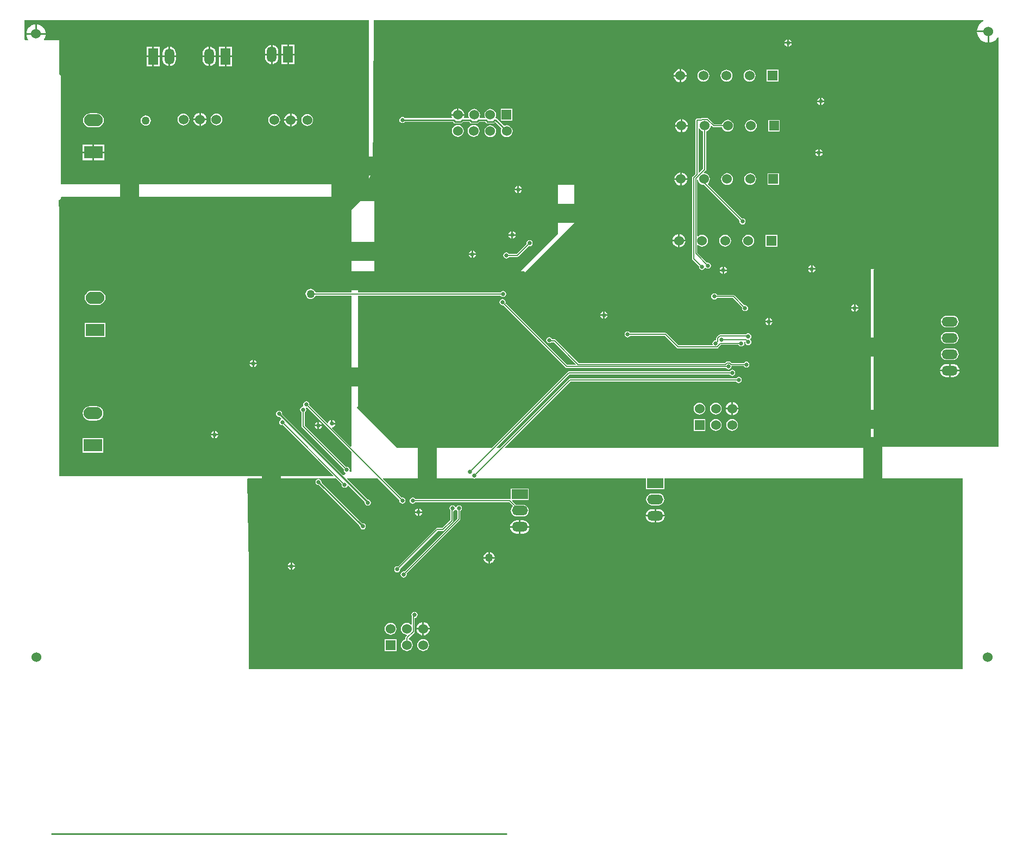
<source format=gbl>
G04 Layer_Physical_Order=2*
G04 Layer_Color=16711680*
%FSLAX25Y25*%
%MOIN*%
G70*
G01*
G75*
%ADD22C,0.11811*%
%ADD23C,0.00984*%
%ADD25C,0.00600*%
%ADD26C,0.06000*%
%ADD27R,0.06000X0.06000*%
%ADD28R,0.09843X0.06000*%
%ADD29O,0.09843X0.06000*%
%ADD30O,0.09843X0.05906*%
%ADD31R,0.11417X0.07480*%
%ADD32O,0.11417X0.07480*%
%ADD33O,0.06000X0.09843*%
%ADD34R,0.06000X0.09843*%
%ADD35C,0.05000*%
%ADD36C,0.02500*%
G36*
X301772Y234331D02*
Y222047D01*
X300883D01*
X300680Y222427D01*
X300668Y222547D01*
X300804Y223228D01*
X300660Y223950D01*
X300251Y224562D01*
X299639Y224971D01*
X298917Y225115D01*
X298426Y225017D01*
X273063Y250380D01*
Y258526D01*
X273479Y258804D01*
X273888Y259416D01*
X274032Y260138D01*
X273888Y260860D01*
X273769Y261038D01*
X273927Y261334D01*
X274048Y261495D01*
X274546Y261557D01*
X301772Y234331D01*
D02*
G37*
G36*
X676772Y101122D02*
X238976D01*
Y164173D01*
X237803Y217753D01*
X238153Y218110D01*
X281424D01*
X281474Y217610D01*
X281246Y217565D01*
X280873Y217491D01*
X280261Y217082D01*
X279852Y216470D01*
X279708Y215748D01*
X279852Y215026D01*
X280261Y214414D01*
X280873Y214005D01*
X281594Y213862D01*
X281854Y213913D01*
X306925Y188842D01*
X306873Y188583D01*
X307017Y187861D01*
X307426Y187249D01*
X308038Y186840D01*
X308760Y186696D01*
X309482Y186840D01*
X310093Y187249D01*
X310502Y187861D01*
X310646Y188583D01*
X310502Y189304D01*
X310093Y189917D01*
X309482Y190325D01*
X308760Y190469D01*
X308500Y190417D01*
X283429Y215488D01*
X283481Y215748D01*
X283337Y216470D01*
X282928Y217082D01*
X282316Y217491D01*
X281943Y217565D01*
X281715Y217610D01*
X281765Y218110D01*
X292403D01*
X295849Y214664D01*
X295752Y214173D01*
X295895Y213451D01*
X296304Y212839D01*
X296916Y212431D01*
X297638Y212287D01*
X298360Y212431D01*
X298972Y212839D01*
X299380Y213451D01*
X299396Y213529D01*
X299874Y213674D01*
X310003Y203545D01*
X309925Y203150D01*
X310068Y202428D01*
X310477Y201816D01*
X311089Y201407D01*
X311811Y201263D01*
X312533Y201407D01*
X313145Y201816D01*
X313554Y202428D01*
X313697Y203150D01*
X313554Y203871D01*
X313145Y204483D01*
X312533Y204892D01*
X311811Y205036D01*
X311687Y205011D01*
X299050Y217648D01*
X299241Y218110D01*
X317992D01*
X331282Y204820D01*
X331185Y204330D01*
X331328Y203608D01*
X331737Y202996D01*
X332349Y202587D01*
X333071Y202443D01*
X333793Y202587D01*
X334405Y202996D01*
X334813Y203608D01*
X334957Y204330D01*
X334813Y205051D01*
X334405Y205663D01*
X333793Y206072D01*
X333071Y206216D01*
X332580Y206118D01*
X321050Y217648D01*
X321241Y218110D01*
X376191D01*
X376443Y217942D01*
X377165Y217798D01*
X377886Y217942D01*
X378138Y218110D01*
X482668D01*
Y211518D01*
X493710D01*
Y218110D01*
X676772D01*
Y101122D01*
D02*
G37*
G36*
X689568Y498378D02*
X688665Y497895D01*
X687613Y497032D01*
X686750Y495981D01*
X686109Y494781D01*
X685714Y493480D01*
X685630Y492626D01*
X692520D01*
Y492126D01*
X693020D01*
Y485236D01*
X693873Y485320D01*
X695175Y485715D01*
X696375Y486356D01*
X697426Y487219D01*
X698289Y488271D01*
X698393Y488466D01*
X698878Y488344D01*
Y346457D01*
Y237402D01*
X622047D01*
Y346063D01*
X622441Y346457D01*
X620472D01*
Y237106D01*
X620079Y236713D01*
X396144D01*
X395952Y237175D01*
X436206Y277429D01*
X537758D01*
X538036Y277013D01*
X538648Y276604D01*
X539370Y276460D01*
X540092Y276604D01*
X540704Y277013D01*
X541113Y277625D01*
X541256Y278346D01*
X541113Y279068D01*
X540704Y279680D01*
X540092Y280089D01*
X539370Y280233D01*
X538648Y280089D01*
X538036Y279680D01*
X537758Y279264D01*
X435826D01*
X435475Y279194D01*
X435178Y278995D01*
X392895Y236713D01*
X391026D01*
X390834Y237175D01*
X435420Y281760D01*
X533821D01*
X534099Y281343D01*
X534711Y280935D01*
X535433Y280791D01*
X536155Y280935D01*
X536767Y281343D01*
X537176Y281955D01*
X537319Y282677D01*
X537176Y283399D01*
X536767Y284011D01*
X536155Y284420D01*
X535433Y284563D01*
X534711Y284420D01*
X534099Y284011D01*
X533821Y283595D01*
X435039D01*
X434688Y283525D01*
X434390Y283326D01*
X387777Y236713D01*
X329429D01*
Y237106D01*
X305118Y261417D01*
X305906Y262205D01*
Y330185D01*
X393269D01*
X393547Y329768D01*
X394159Y329359D01*
X394881Y329216D01*
X395603Y329359D01*
X396215Y329768D01*
X396624Y330380D01*
X396767Y331102D01*
X396624Y331823D01*
X396215Y332435D01*
X395603Y332844D01*
X394881Y332988D01*
X394159Y332844D01*
X393547Y332435D01*
X393270Y332020D01*
X305906D01*
Y344882D01*
X315748D01*
Y398031D01*
X314961Y398819D01*
X315350Y498878D01*
X689443D01*
X689568Y498378D01*
D02*
G37*
G36*
X312598Y398425D02*
X123563D01*
Y464567D01*
X123563Y464567D01*
X123477Y464996D01*
X123234Y465360D01*
X123234Y465360D01*
X122441Y466153D01*
Y486614D01*
X113281D01*
X113068Y487066D01*
X113215Y487246D01*
X113765Y488274D01*
X114103Y489390D01*
X114168Y490051D01*
X102367D01*
X102432Y489390D01*
X102771Y488274D01*
X103321Y487246D01*
X103468Y487066D01*
X103254Y486614D01*
X101980D01*
X101122Y487472D01*
Y498878D01*
X312598D01*
Y398425D01*
D02*
G37*
G36*
X301772Y390158D02*
Y332020D01*
X279747D01*
X279480Y332666D01*
X278983Y333313D01*
X278335Y333810D01*
X277581Y334123D01*
X276772Y334229D01*
X275962Y334123D01*
X275208Y333810D01*
X274561Y333313D01*
X274064Y332666D01*
X273751Y331912D01*
X273645Y331102D01*
X273751Y330293D01*
X274064Y329539D01*
X274561Y328891D01*
X275208Y328395D01*
X275962Y328082D01*
X276772Y327976D01*
X277581Y328082D01*
X278335Y328395D01*
X278983Y328891D01*
X279480Y329539D01*
X279747Y330185D01*
X301772D01*
Y237580D01*
X301310Y237388D01*
X289900Y248798D01*
X290065Y249341D01*
X290642Y249455D01*
X291386Y249953D01*
X291883Y250697D01*
X291958Y251075D01*
X289764D01*
Y251575D01*
X289264D01*
Y253769D01*
X288886Y253694D01*
X288142Y253197D01*
X287644Y252453D01*
X287530Y251876D01*
X286987Y251711D01*
X275804Y262894D01*
X275901Y263385D01*
X275758Y264107D01*
X275349Y264719D01*
X274737Y265128D01*
X274015Y265271D01*
X273293Y265128D01*
X272681Y264719D01*
X272272Y264107D01*
X272129Y263385D01*
X272272Y262664D01*
X272392Y262485D01*
X272234Y262189D01*
X272104Y262016D01*
X271424Y261880D01*
X270812Y261472D01*
X270403Y260860D01*
X270259Y260138D01*
X270403Y259416D01*
X270812Y258804D01*
X271228Y258526D01*
Y250000D01*
X271298Y249649D01*
X271497Y249351D01*
X297129Y223719D01*
X297031Y223228D01*
X297175Y222506D01*
X297584Y221895D01*
X297959Y221644D01*
X298078Y221038D01*
X297159Y220048D01*
X296659Y220039D01*
X259243Y257455D01*
X259268Y257579D01*
X259124Y258301D01*
X258716Y258912D01*
X258104Y259321D01*
X257382Y259465D01*
X256660Y259321D01*
X256048Y258912D01*
X255639Y258301D01*
X255496Y257579D01*
X255639Y256857D01*
X256048Y256245D01*
X256660Y255836D01*
X257382Y255693D01*
X257777Y255771D01*
X258851Y254697D01*
X258706Y254219D01*
X258629Y254203D01*
X258017Y253794D01*
X257608Y253183D01*
X257464Y252461D01*
X257608Y251739D01*
X258017Y251127D01*
X258629Y250718D01*
X259350Y250574D01*
X259841Y250672D01*
X290760Y219753D01*
X290569Y219291D01*
X122638D01*
Y380709D01*
X122318Y388696D01*
X122476Y388728D01*
X122840Y388971D01*
X123234Y389364D01*
X123234Y389364D01*
X123477Y389728D01*
X123563Y390158D01*
X123855Y390551D01*
X301378D01*
X301772Y390158D01*
D02*
G37*
%LPC*%
G36*
X283691Y249894D02*
X281996D01*
Y248199D01*
X282374Y248274D01*
X283118Y248772D01*
X283615Y249516D01*
X283691Y249894D01*
D02*
G37*
G36*
X280996Y252588D02*
X280618Y252513D01*
X279874Y252016D01*
X279377Y251272D01*
X279301Y250894D01*
X280996D01*
Y252588D01*
D02*
G37*
G36*
X281996D02*
Y250894D01*
X283691D01*
X283615Y251272D01*
X283118Y252016D01*
X282374Y252513D01*
X281996Y252588D01*
D02*
G37*
G36*
X280996Y249894D02*
X279301D01*
X279377Y249516D01*
X279874Y248772D01*
X280618Y248274D01*
X280996Y248199D01*
Y249894D01*
D02*
G37*
G36*
X386720Y172756D02*
Y169791D01*
X389685D01*
X389630Y170205D01*
X389278Y171056D01*
X388717Y171788D01*
X387986Y172349D01*
X387134Y172701D01*
X386720Y172756D01*
D02*
G37*
G36*
X404618Y187689D02*
X399228D01*
X399300Y187145D01*
X399703Y186172D01*
X400344Y185336D01*
X401180Y184695D01*
X402153Y184292D01*
X403197Y184154D01*
X404618D01*
Y187689D01*
D02*
G37*
G36*
X411008D02*
X405618D01*
Y184154D01*
X407039D01*
X408084Y184292D01*
X409057Y184695D01*
X409892Y185336D01*
X410533Y186172D01*
X410936Y187145D01*
X411008Y187689D01*
D02*
G37*
G36*
X385720Y168791D02*
X382756D01*
X382811Y168378D01*
X383163Y167526D01*
X383724Y166795D01*
X384455Y166234D01*
X385307Y165881D01*
X385720Y165827D01*
Y168791D01*
D02*
G37*
G36*
X389685D02*
X386720D01*
Y165827D01*
X387134Y165881D01*
X387986Y166234D01*
X388717Y166795D01*
X389278Y167526D01*
X389630Y168378D01*
X389685Y168791D01*
D02*
G37*
G36*
X385720Y172756D02*
X385307Y172701D01*
X384455Y172349D01*
X383724Y171788D01*
X383163Y171056D01*
X382811Y170205D01*
X382756Y169791D01*
X385720D01*
Y172756D01*
D02*
G37*
G36*
X494079Y194618D02*
X488689D01*
Y191084D01*
X490110D01*
X491154Y191221D01*
X492128Y191624D01*
X492963Y192265D01*
X493604Y193101D01*
X494007Y194074D01*
X494079Y194618D01*
D02*
G37*
G36*
X342413Y196744D02*
X340719D01*
X340794Y196366D01*
X341291Y195622D01*
X342036Y195125D01*
X342413Y195050D01*
Y196744D01*
D02*
G37*
G36*
X345108D02*
X343413D01*
Y195050D01*
X343791Y195125D01*
X344536Y195622D01*
X345033Y196366D01*
X345108Y196744D01*
D02*
G37*
G36*
X404618Y192224D02*
X403197D01*
X402153Y192086D01*
X401180Y191683D01*
X400344Y191042D01*
X399703Y190206D01*
X399300Y189233D01*
X399228Y188689D01*
X404618D01*
Y192224D01*
D02*
G37*
G36*
X407039D02*
X405618D01*
Y188689D01*
X411008D01*
X410936Y189233D01*
X410533Y190206D01*
X409892Y191042D01*
X409057Y191683D01*
X408084Y192086D01*
X407039Y192224D01*
D02*
G37*
G36*
X487689Y194618D02*
X482299D01*
X482371Y194074D01*
X482774Y193101D01*
X483415Y192265D01*
X484250Y191624D01*
X485223Y191221D01*
X486268Y191084D01*
X487689D01*
Y194618D01*
D02*
G37*
G36*
X349796Y125248D02*
X346327D01*
Y121779D01*
X346871Y121851D01*
X347844Y122254D01*
X348680Y122895D01*
X349321Y123731D01*
X349724Y124704D01*
X349796Y125248D01*
D02*
G37*
G36*
X325827Y129379D02*
X324887Y129255D01*
X324011Y128893D01*
X323259Y128316D01*
X322682Y127564D01*
X322319Y126688D01*
X322196Y125748D01*
X322319Y124808D01*
X322682Y123933D01*
X323259Y123180D01*
X324011Y122603D01*
X324887Y122241D01*
X325827Y122117D01*
X326767Y122241D01*
X327642Y122603D01*
X328394Y123180D01*
X328971Y123933D01*
X329334Y124808D01*
X329458Y125748D01*
X329334Y126688D01*
X328971Y127564D01*
X328394Y128316D01*
X327642Y128893D01*
X326767Y129255D01*
X325827Y129379D01*
D02*
G37*
G36*
X345327Y129717D02*
X344783Y129645D01*
X343810Y129242D01*
X342974Y128601D01*
X342333Y127765D01*
X341930Y126792D01*
X341858Y126248D01*
X345327D01*
Y129717D01*
D02*
G37*
G36*
X345827Y119379D02*
X344887Y119255D01*
X344011Y118893D01*
X343259Y118316D01*
X342682Y117564D01*
X342319Y116688D01*
X342196Y115748D01*
X342319Y114808D01*
X342682Y113933D01*
X343259Y113180D01*
X344011Y112603D01*
X344887Y112241D01*
X345827Y112117D01*
X346767Y112241D01*
X347642Y112603D01*
X348394Y113180D01*
X348971Y113933D01*
X349334Y114808D01*
X349458Y115748D01*
X349334Y116688D01*
X348971Y117564D01*
X348394Y118316D01*
X347642Y118893D01*
X346767Y119255D01*
X345827Y119379D01*
D02*
G37*
G36*
X329427Y119348D02*
X322227D01*
Y112148D01*
X329427D01*
Y119348D01*
D02*
G37*
G36*
X345327Y125248D02*
X341858D01*
X341930Y124704D01*
X342333Y123731D01*
X342974Y122895D01*
X343810Y122254D01*
X344783Y121851D01*
X345327Y121779D01*
Y125248D01*
D02*
G37*
G36*
X267155Y163673D02*
X265461D01*
Y161979D01*
X265839Y162054D01*
X266583Y162551D01*
X267080Y163295D01*
X267155Y163673D01*
D02*
G37*
G36*
X264461Y166368D02*
X264083Y166293D01*
X263338Y165795D01*
X262841Y165051D01*
X262766Y164673D01*
X264461D01*
Y166368D01*
D02*
G37*
G36*
X265461D02*
Y164673D01*
X267155D01*
X267080Y165051D01*
X266583Y165795D01*
X265839Y166293D01*
X265461Y166368D01*
D02*
G37*
G36*
X346327Y129717D02*
Y126248D01*
X349796D01*
X349724Y126792D01*
X349321Y127765D01*
X348680Y128601D01*
X347844Y129242D01*
X346871Y129645D01*
X346327Y129717D01*
D02*
G37*
G36*
X340551Y136138D02*
X339829Y135995D01*
X339217Y135586D01*
X338808Y134974D01*
X338665Y134252D01*
X338808Y133530D01*
X338825Y133506D01*
X338809Y133428D01*
Y128521D01*
X338309Y128381D01*
X337642Y128893D01*
X336767Y129255D01*
X335827Y129379D01*
X334887Y129255D01*
X334011Y128893D01*
X333259Y128316D01*
X332682Y127564D01*
X332319Y126688D01*
X332196Y125748D01*
X332319Y124808D01*
X332682Y123933D01*
X333259Y123180D01*
X334011Y122603D01*
X334887Y122241D01*
X335720Y122131D01*
X335975Y121678D01*
X335178Y120881D01*
X334979Y120584D01*
X334909Y120233D01*
Y119258D01*
X334887Y119255D01*
X334011Y118893D01*
X333259Y118316D01*
X332682Y117564D01*
X332319Y116688D01*
X332196Y115748D01*
X332319Y114808D01*
X332682Y113933D01*
X333259Y113180D01*
X334011Y112603D01*
X334887Y112241D01*
X335827Y112117D01*
X336767Y112241D01*
X337642Y112603D01*
X338394Y113180D01*
X338971Y113933D01*
X339334Y114808D01*
X339458Y115748D01*
X339334Y116688D01*
X338971Y117564D01*
X338394Y118316D01*
X337642Y118893D01*
X336767Y119255D01*
X336744Y119258D01*
Y119852D01*
X340376Y123484D01*
X340575Y123781D01*
X340644Y124133D01*
Y132384D01*
X341273Y132509D01*
X341885Y132918D01*
X342294Y133530D01*
X342437Y134252D01*
X342294Y134974D01*
X341885Y135586D01*
X341273Y135995D01*
X340551Y136138D01*
D02*
G37*
G36*
X264461Y163673D02*
X262766D01*
X262841Y163295D01*
X263338Y162551D01*
X264083Y162054D01*
X264461Y161979D01*
Y163673D01*
D02*
G37*
G36*
X487689Y199153D02*
X486268D01*
X485223Y199015D01*
X484250Y198612D01*
X483415Y197971D01*
X482774Y197135D01*
X482371Y196162D01*
X482299Y195618D01*
X487689D01*
Y199153D01*
D02*
G37*
G36*
X367717Y201493D02*
X366995Y201349D01*
X366383Y200940D01*
X366019Y200395D01*
X365748Y200359D01*
X365477Y200395D01*
X365113Y200940D01*
X364501Y201349D01*
X363779Y201493D01*
X363058Y201349D01*
X362446Y200940D01*
X362037Y200328D01*
X361893Y199606D01*
X362037Y198884D01*
X362446Y198273D01*
X362468Y198258D01*
Y192506D01*
X357494Y187532D01*
X354331D01*
X353980Y187462D01*
X353682Y187263D01*
X330412Y163993D01*
X329921Y164091D01*
X329199Y163947D01*
X328588Y163539D01*
X328179Y162926D01*
X328035Y162205D01*
X328179Y161483D01*
X328588Y160871D01*
X329199Y160462D01*
X329921Y160319D01*
X330643Y160462D01*
X331255Y160871D01*
X331664Y161483D01*
X331807Y162205D01*
X331710Y162696D01*
X354711Y185696D01*
X357874D01*
X358225Y185766D01*
X358523Y185965D01*
X364035Y191477D01*
X364234Y191775D01*
X364303Y192126D01*
Y197824D01*
X364501Y197864D01*
X365113Y198273D01*
X365477Y198818D01*
X365748Y198854D01*
X366019Y198818D01*
X366383Y198273D01*
X366799Y197994D01*
Y193293D01*
X334349Y160844D01*
X333858Y160941D01*
X333136Y160798D01*
X332524Y160389D01*
X332116Y159777D01*
X331972Y159055D01*
X332116Y158333D01*
X332524Y157721D01*
X333136Y157313D01*
X333858Y157169D01*
X334580Y157313D01*
X335192Y157721D01*
X335601Y158333D01*
X335745Y159055D01*
X335647Y159546D01*
X368365Y192264D01*
X368564Y192562D01*
X368634Y192913D01*
Y197994D01*
X369050Y198273D01*
X369459Y198884D01*
X369603Y199606D01*
X369459Y200328D01*
X369050Y200940D01*
X368438Y201349D01*
X367717Y201493D01*
D02*
G37*
G36*
X490110Y208749D02*
X486268D01*
X485328Y208625D01*
X484452Y208263D01*
X483700Y207686D01*
X483123Y206934D01*
X482760Y206058D01*
X482637Y205118D01*
X482760Y204178D01*
X483123Y203303D01*
X483700Y202551D01*
X484452Y201974D01*
X485328Y201611D01*
X486268Y201487D01*
X490110D01*
X491050Y201611D01*
X491926Y201974D01*
X492678Y202551D01*
X493255Y203303D01*
X493618Y204178D01*
X493741Y205118D01*
X493618Y206058D01*
X493255Y206934D01*
X492678Y207686D01*
X491926Y208263D01*
X491050Y208625D01*
X490110Y208749D01*
D02*
G37*
G36*
X410639Y211789D02*
X399597D01*
Y205554D01*
X399097Y205224D01*
X398976Y205248D01*
X340982D01*
X340704Y205664D01*
X340092Y206073D01*
X339370Y206217D01*
X338648Y206073D01*
X338036Y205664D01*
X337627Y205052D01*
X337484Y204331D01*
X337627Y203609D01*
X338036Y202997D01*
X338648Y202588D01*
X339370Y202445D01*
X340092Y202588D01*
X340704Y202997D01*
X340982Y203413D01*
X398596D01*
X400714Y201295D01*
X400681Y200796D01*
X400629Y200757D01*
X400052Y200005D01*
X399690Y199129D01*
X399566Y198189D01*
X399690Y197249D01*
X400052Y196373D01*
X400629Y195621D01*
X401381Y195044D01*
X402257Y194682D01*
X403197Y194558D01*
X407039D01*
X407979Y194682D01*
X408855Y195044D01*
X409607Y195621D01*
X410184Y196373D01*
X410547Y197249D01*
X410670Y198189D01*
X410547Y199129D01*
X410184Y200005D01*
X409607Y200757D01*
X408855Y201334D01*
X407979Y201696D01*
X407039Y201820D01*
X403197D01*
X402833Y201772D01*
X400478Y204127D01*
X400669Y204589D01*
X410639D01*
Y211789D01*
D02*
G37*
G36*
X490110Y199153D02*
X488689D01*
Y195618D01*
X494079D01*
X494007Y196162D01*
X493604Y197135D01*
X492963Y197971D01*
X492128Y198612D01*
X491154Y199015D01*
X490110Y199153D01*
D02*
G37*
G36*
X342413Y199439D02*
X342036Y199364D01*
X341291Y198866D01*
X340794Y198122D01*
X340719Y197744D01*
X342413D01*
Y199439D01*
D02*
G37*
G36*
X343413D02*
Y197744D01*
X345108D01*
X345033Y198122D01*
X344536Y198866D01*
X343791Y199364D01*
X343413Y199439D01*
D02*
G37*
G36*
X670819Y317804D02*
X666976D01*
X666037Y317681D01*
X665161Y317318D01*
X664409Y316741D01*
X663832Y315989D01*
X663469Y315113D01*
X663345Y314173D01*
X663469Y313233D01*
X663832Y312358D01*
X664409Y311606D01*
X665161Y311029D01*
X666037Y310666D01*
X666976Y310542D01*
X670819D01*
X671759Y310666D01*
X672634Y311029D01*
X673386Y311606D01*
X673963Y312358D01*
X674326Y313233D01*
X674450Y314173D01*
X674326Y315113D01*
X673963Y315989D01*
X673386Y316741D01*
X672634Y317318D01*
X671759Y317681D01*
X670819Y317804D01*
D02*
G37*
G36*
X557374Y313673D02*
X555679D01*
X555755Y313295D01*
X556252Y312551D01*
X556996Y312054D01*
X557374Y311979D01*
Y313673D01*
D02*
G37*
G36*
X456193Y317610D02*
X454498D01*
X454573Y317232D01*
X455071Y316488D01*
X455815Y315991D01*
X456193Y315916D01*
Y317610D01*
D02*
G37*
G36*
X458887D02*
X457193D01*
Y315916D01*
X457571Y315991D01*
X458315Y316488D01*
X458812Y317232D01*
X458887Y317610D01*
D02*
G37*
G36*
X558374Y316368D02*
Y314673D01*
X560069D01*
X559994Y315051D01*
X559496Y315795D01*
X558752Y316293D01*
X558374Y316368D01*
D02*
G37*
G36*
X560069Y313673D02*
X558374D01*
Y311979D01*
X558752Y312054D01*
X559496Y312551D01*
X559994Y313295D01*
X560069Y313673D01*
D02*
G37*
G36*
X557374Y316368D02*
X556996Y316293D01*
X556252Y315795D01*
X555755Y315051D01*
X555679Y314673D01*
X557374D01*
Y316368D01*
D02*
G37*
G36*
X670819Y307804D02*
X666976D01*
X666037Y307681D01*
X665161Y307318D01*
X664409Y306741D01*
X663832Y305989D01*
X663469Y305113D01*
X663345Y304173D01*
X663469Y303233D01*
X663832Y302358D01*
X664409Y301606D01*
X665161Y301029D01*
X666037Y300666D01*
X666976Y300542D01*
X670819D01*
X671759Y300666D01*
X672634Y301029D01*
X673386Y301606D01*
X673963Y302358D01*
X674326Y303233D01*
X674450Y304173D01*
X674326Y305113D01*
X673963Y305989D01*
X673386Y306741D01*
X672634Y307318D01*
X671759Y307681D01*
X670819Y307804D01*
D02*
G37*
G36*
X674787Y283673D02*
X669398D01*
Y280186D01*
X670866D01*
X671898Y280322D01*
X672860Y280720D01*
X673685Y281354D01*
X674319Y282180D01*
X674717Y283141D01*
X674787Y283673D01*
D02*
G37*
G36*
X668398Y288160D02*
X666929D01*
X665897Y288024D01*
X664936Y287626D01*
X664110Y286992D01*
X663476Y286167D01*
X663078Y285205D01*
X663008Y284673D01*
X668398D01*
Y288160D01*
D02*
G37*
G36*
X670866D02*
X669398D01*
Y284673D01*
X674787D01*
X674717Y285205D01*
X674319Y286167D01*
X673685Y286992D01*
X672860Y287626D01*
X671898Y288024D01*
X670866Y288160D01*
D02*
G37*
G36*
X534854Y264756D02*
X534310Y264685D01*
X533337Y264281D01*
X532502Y263640D01*
X531860Y262805D01*
X531457Y261832D01*
X531386Y261287D01*
X534854D01*
Y264756D01*
D02*
G37*
G36*
X535854D02*
Y261287D01*
X539323D01*
X539251Y261832D01*
X538848Y262805D01*
X538207Y263640D01*
X537372Y264281D01*
X536399Y264685D01*
X535854Y264756D01*
D02*
G37*
G36*
X668398Y283673D02*
X663008D01*
X663078Y283141D01*
X663476Y282180D01*
X664110Y281354D01*
X664936Y280720D01*
X665897Y280322D01*
X666929Y280186D01*
X668398D01*
Y283673D01*
D02*
G37*
G36*
X394488Y327870D02*
X393766Y327727D01*
X393154Y327318D01*
X392745Y326706D01*
X392602Y325984D01*
X392745Y325262D01*
X393154Y324651D01*
X393766Y324242D01*
X394488Y324098D01*
X394979Y324196D01*
X433209Y285965D01*
X433507Y285766D01*
X433858Y285697D01*
X531459D01*
X531737Y285280D01*
X532349Y284872D01*
X533071Y284728D01*
X533793Y284872D01*
X534405Y285280D01*
X534813Y285892D01*
X534915Y286404D01*
X534957Y286614D01*
X535415Y286878D01*
X542483D01*
X542761Y286461D01*
X543373Y286053D01*
X544095Y285909D01*
X544816Y286053D01*
X545428Y286461D01*
X545837Y287073D01*
X545981Y287795D01*
X545837Y288517D01*
X545428Y289129D01*
X544816Y289538D01*
X544095Y289682D01*
X543373Y289538D01*
X542761Y289129D01*
X542483Y288713D01*
X535310D01*
X534610Y289413D01*
X534313Y289612D01*
X533961Y289682D01*
X532180D01*
X531829Y289612D01*
X531531Y289413D01*
X530850Y288732D01*
X441306D01*
X427027Y303011D01*
X426729Y303210D01*
X426378Y303280D01*
X425010D01*
X424971Y303478D01*
X424562Y304090D01*
X423950Y304499D01*
X423228Y304642D01*
X422507Y304499D01*
X421895Y304090D01*
X421486Y303478D01*
X421342Y302756D01*
X421486Y302034D01*
X421895Y301422D01*
X422507Y301013D01*
X423228Y300870D01*
X423950Y301013D01*
X424562Y301422D01*
X424577Y301445D01*
X425998D01*
X439449Y287994D01*
X439257Y287532D01*
X434238D01*
X396277Y325493D01*
X396374Y325984D01*
X396231Y326706D01*
X395822Y327318D01*
X395210Y327727D01*
X394488Y327870D01*
D02*
G37*
G36*
X670819Y297804D02*
X666976D01*
X666037Y297681D01*
X665161Y297318D01*
X664409Y296741D01*
X663832Y295989D01*
X663469Y295113D01*
X663345Y294173D01*
X663469Y293233D01*
X663832Y292358D01*
X664409Y291606D01*
X665161Y291029D01*
X666037Y290666D01*
X666976Y290542D01*
X670819D01*
X671759Y290666D01*
X672634Y291029D01*
X673386Y291606D01*
X673963Y292358D01*
X674326Y293233D01*
X674450Y294173D01*
X674326Y295113D01*
X673963Y295989D01*
X673386Y296741D01*
X672634Y297318D01*
X671759Y297681D01*
X670819Y297804D01*
D02*
G37*
G36*
X471260Y308185D02*
X470538Y308042D01*
X469926Y307633D01*
X469517Y307021D01*
X469374Y306299D01*
X469517Y305577D01*
X469926Y304965D01*
X470538Y304557D01*
X471260Y304413D01*
X471982Y304557D01*
X472594Y304965D01*
X472872Y305382D01*
X494108D01*
X501502Y297988D01*
X501799Y297789D01*
X502151Y297719D01*
X526086D01*
X526438Y297789D01*
X526735Y297988D01*
X528617Y299870D01*
X539333D01*
X539611Y299454D01*
X540223Y299045D01*
X540945Y298901D01*
X541667Y299045D01*
X542279Y299454D01*
X542688Y300066D01*
X542831Y300787D01*
X542701Y301443D01*
X542731Y301577D01*
X542982Y301969D01*
X543004Y301971D01*
X543389Y301575D01*
X543533Y300853D01*
X543942Y300241D01*
X544554Y299832D01*
X545276Y299689D01*
X545997Y299832D01*
X546609Y300241D01*
X547018Y300853D01*
X547162Y301575D01*
X547018Y302297D01*
X546609Y302909D01*
X546404Y303046D01*
Y303647D01*
X546609Y303784D01*
X547018Y304396D01*
X547162Y305118D01*
X547018Y305840D01*
X546609Y306452D01*
X545997Y306861D01*
X545276Y307004D01*
X544554Y306861D01*
X543942Y306452D01*
X543785Y306217D01*
X527848D01*
X527497Y306147D01*
X527200Y305948D01*
X525940Y304688D01*
X525741Y304391D01*
X525671Y304040D01*
Y302973D01*
X525285Y302655D01*
X525196Y302673D01*
X524474Y302530D01*
X523862Y302121D01*
X523453Y301509D01*
X523310Y300787D01*
X523453Y300065D01*
X523500Y299995D01*
X523264Y299554D01*
X502531D01*
X495137Y306948D01*
X494839Y307147D01*
X494488Y307217D01*
X472872D01*
X472594Y307633D01*
X471982Y308042D01*
X471260Y308185D01*
D02*
G37*
G36*
X584752Y348651D02*
Y346957D01*
X586447D01*
X586371Y347335D01*
X585874Y348079D01*
X585130Y348576D01*
X584752Y348651D01*
D02*
G37*
G36*
X375484Y355012D02*
X373790D01*
X373865Y354634D01*
X374362Y353890D01*
X375106Y353392D01*
X375484Y353317D01*
Y355012D01*
D02*
G37*
G36*
X378179D02*
X376484D01*
Y353317D01*
X376862Y353392D01*
X377606Y353890D01*
X378104Y354634D01*
X378179Y355012D01*
D02*
G37*
G36*
X529421Y347864D02*
X529043Y347789D01*
X528299Y347291D01*
X527802Y346547D01*
X527727Y346169D01*
X529421D01*
Y347864D01*
D02*
G37*
G36*
X530421D02*
Y346169D01*
X532116D01*
X532041Y346547D01*
X531543Y347291D01*
X530799Y347789D01*
X530421Y347864D01*
D02*
G37*
G36*
X583752Y348651D02*
X583374Y348576D01*
X582630Y348079D01*
X582132Y347335D01*
X582057Y346957D01*
X583752D01*
Y348651D01*
D02*
G37*
G36*
X506725Y363280D02*
X503256D01*
Y359811D01*
X503800Y359882D01*
X504773Y360285D01*
X505609Y360927D01*
X506250Y361762D01*
X506653Y362735D01*
X506725Y363280D01*
D02*
G37*
G36*
X531102Y367411D02*
X530163Y367287D01*
X529287Y366924D01*
X528535Y366347D01*
X527958Y365595D01*
X527595Y364719D01*
X527471Y363779D01*
X527595Y362840D01*
X527958Y361964D01*
X528535Y361212D01*
X529287Y360635D01*
X530163Y360272D01*
X531102Y360149D01*
X532042Y360272D01*
X532918Y360635D01*
X533670Y361212D01*
X534247Y361964D01*
X534610Y362840D01*
X534733Y363779D01*
X534610Y364719D01*
X534247Y365595D01*
X533670Y366347D01*
X532918Y366924D01*
X532042Y367287D01*
X531102Y367411D01*
D02*
G37*
G36*
X545276D02*
X544336Y367287D01*
X543460Y366924D01*
X542708Y366347D01*
X542131Y365595D01*
X541768Y364719D01*
X541644Y363779D01*
X541768Y362840D01*
X542131Y361964D01*
X542708Y361212D01*
X543460Y360635D01*
X544336Y360272D01*
X545276Y360149D01*
X546215Y360272D01*
X547091Y360635D01*
X547843Y361212D01*
X548420Y361964D01*
X548783Y362840D01*
X548907Y363779D01*
X548783Y364719D01*
X548420Y365595D01*
X547843Y366347D01*
X547091Y366924D01*
X546215Y367287D01*
X545276Y367411D01*
D02*
G37*
G36*
X375484Y357706D02*
X375106Y357631D01*
X374362Y357134D01*
X373865Y356390D01*
X373790Y356012D01*
X375484D01*
Y357706D01*
D02*
G37*
G36*
X376484D02*
Y356012D01*
X378179D01*
X378104Y356390D01*
X377606Y357134D01*
X376862Y357631D01*
X376484Y357706D01*
D02*
G37*
G36*
X502256Y363280D02*
X498787D01*
X498859Y362735D01*
X499262Y361762D01*
X499903Y360927D01*
X500739Y360285D01*
X501712Y359882D01*
X502256Y359811D01*
Y363280D01*
D02*
G37*
G36*
X438583Y398031D02*
X428346D01*
Y367717D01*
X405512Y344882D01*
X407874D01*
X408268Y344488D01*
X438583Y374803D01*
Y398031D01*
D02*
G37*
G36*
X612824Y321941D02*
X611130D01*
Y320246D01*
X611508Y320321D01*
X612252Y320819D01*
X612749Y321563D01*
X612824Y321941D01*
D02*
G37*
G36*
X524409Y331414D02*
X523688Y331270D01*
X523076Y330861D01*
X522667Y330249D01*
X522523Y329528D01*
X522667Y328806D01*
X523076Y328194D01*
X523688Y327785D01*
X524409Y327641D01*
X525131Y327785D01*
X525743Y328194D01*
X526021Y328610D01*
X535840D01*
X541518Y322932D01*
X541421Y322441D01*
X541564Y321719D01*
X541973Y321107D01*
X542585Y320698D01*
X543307Y320555D01*
X544029Y320698D01*
X544641Y321107D01*
X545050Y321719D01*
X545193Y322441D01*
X545050Y323163D01*
X544641Y323775D01*
X544029Y324184D01*
X543307Y324327D01*
X542816Y324230D01*
X536869Y330176D01*
X536572Y330375D01*
X536221Y330445D01*
X526021D01*
X525743Y330861D01*
X525131Y331270D01*
X524409Y331414D01*
D02*
G37*
G36*
X610130Y324636D02*
X609752Y324560D01*
X609008Y324063D01*
X608510Y323319D01*
X608435Y322941D01*
X610130D01*
Y324636D01*
D02*
G37*
G36*
X456193Y320305D02*
X455815Y320230D01*
X455071Y319732D01*
X454573Y318988D01*
X454498Y318610D01*
X456193D01*
Y320305D01*
D02*
G37*
G36*
X457193D02*
Y318610D01*
X458887D01*
X458812Y318988D01*
X458315Y319732D01*
X457571Y320230D01*
X457193Y320305D01*
D02*
G37*
G36*
X610130Y321941D02*
X608435D01*
X608510Y321563D01*
X609008Y320819D01*
X609752Y320321D01*
X610130Y320246D01*
Y321941D01*
D02*
G37*
G36*
X532116Y345169D02*
X530421D01*
Y343475D01*
X530799Y343550D01*
X531543Y344047D01*
X532041Y344791D01*
X532116Y345169D01*
D02*
G37*
G36*
X583752Y345957D02*
X582057D01*
X582132Y345579D01*
X582630Y344834D01*
X583374Y344337D01*
X583752Y344262D01*
Y345957D01*
D02*
G37*
G36*
X586447D02*
X584752D01*
Y344262D01*
X585130Y344337D01*
X585874Y344834D01*
X586371Y345579D01*
X586447Y345957D01*
D02*
G37*
G36*
X611130Y324636D02*
Y322941D01*
X612824D01*
X612749Y323319D01*
X612252Y324063D01*
X611508Y324560D01*
X611130Y324636D01*
D02*
G37*
G36*
X529421Y345169D02*
X527727D01*
X527802Y344791D01*
X528299Y344047D01*
X529043Y343550D01*
X529421Y343475D01*
Y345169D01*
D02*
G37*
G36*
X535354Y254418D02*
X534414Y254295D01*
X533539Y253932D01*
X532787Y253355D01*
X532210Y252603D01*
X531847Y251727D01*
X531723Y250787D01*
X531847Y249848D01*
X532210Y248972D01*
X532787Y248220D01*
X533539Y247643D01*
X534414Y247280D01*
X535354Y247156D01*
X536294Y247280D01*
X537170Y247643D01*
X537922Y248220D01*
X538499Y248972D01*
X538862Y249848D01*
X538985Y250787D01*
X538862Y251727D01*
X538499Y252603D01*
X537922Y253355D01*
X537170Y253932D01*
X536294Y254295D01*
X535354Y254418D01*
D02*
G37*
G36*
X518954Y254387D02*
X511754D01*
Y247187D01*
X518954D01*
Y254387D01*
D02*
G37*
G36*
X539323Y260287D02*
X535854D01*
Y256819D01*
X536399Y256890D01*
X537372Y257293D01*
X538207Y257935D01*
X538848Y258770D01*
X539251Y259743D01*
X539323Y260287D01*
D02*
G37*
G36*
X515354Y264419D02*
X514415Y264295D01*
X513539Y263932D01*
X512787Y263355D01*
X512210Y262603D01*
X511847Y261727D01*
X511723Y260787D01*
X511847Y259848D01*
X512210Y258972D01*
X512787Y258220D01*
X513539Y257643D01*
X514415Y257280D01*
X515354Y257156D01*
X516294Y257280D01*
X517170Y257643D01*
X517922Y258220D01*
X518499Y258972D01*
X518862Y259848D01*
X518985Y260787D01*
X518862Y261727D01*
X518499Y262603D01*
X517922Y263355D01*
X517170Y263932D01*
X516294Y264295D01*
X515354Y264419D01*
D02*
G37*
G36*
X525354D02*
X524414Y264295D01*
X523539Y263932D01*
X522787Y263355D01*
X522210Y262603D01*
X521847Y261727D01*
X521723Y260787D01*
X521847Y259848D01*
X522210Y258972D01*
X522787Y258220D01*
X523539Y257643D01*
X524414Y257280D01*
X525354Y257156D01*
X526294Y257280D01*
X527170Y257643D01*
X527922Y258220D01*
X528499Y258972D01*
X528862Y259848D01*
X528985Y260787D01*
X528862Y261727D01*
X528499Y262603D01*
X527922Y263355D01*
X527170Y263932D01*
X526294Y264295D01*
X525354Y264419D01*
D02*
G37*
G36*
X534854Y260287D02*
X531386D01*
X531457Y259743D01*
X531860Y258770D01*
X532502Y257935D01*
X533337Y257293D01*
X534310Y256890D01*
X534854Y256819D01*
Y260287D01*
D02*
G37*
G36*
X525354Y254418D02*
X524414Y254295D01*
X523539Y253932D01*
X522787Y253355D01*
X522210Y252603D01*
X521847Y251727D01*
X521723Y250787D01*
X521847Y249848D01*
X522210Y248972D01*
X522787Y248220D01*
X523539Y247643D01*
X524414Y247280D01*
X525354Y247156D01*
X526294Y247280D01*
X527170Y247643D01*
X527922Y248220D01*
X528499Y248972D01*
X528862Y249848D01*
X528985Y250787D01*
X528862Y251727D01*
X528499Y252603D01*
X527922Y253355D01*
X527170Y253932D01*
X526294Y254295D01*
X525354Y254418D01*
D02*
G37*
G36*
X563836Y468561D02*
X556636D01*
Y461361D01*
X563836D01*
Y468561D01*
D02*
G37*
G36*
X503043Y468929D02*
X502499Y468858D01*
X501526Y468455D01*
X500691Y467813D01*
X500049Y466978D01*
X499646Y466005D01*
X499575Y465461D01*
X503043D01*
Y468929D01*
D02*
G37*
G36*
X504043Y468929D02*
Y465461D01*
X507512D01*
X507440Y466005D01*
X507037Y466978D01*
X506396Y467813D01*
X505561Y468455D01*
X504588Y468858D01*
X504043Y468929D01*
D02*
G37*
G36*
X517717Y468592D02*
X516777Y468468D01*
X515901Y468105D01*
X515149Y467528D01*
X514572Y466776D01*
X514209Y465900D01*
X514085Y464961D01*
X514209Y464021D01*
X514572Y463145D01*
X515149Y462393D01*
X515901Y461816D01*
X516777Y461453D01*
X517717Y461330D01*
X518656Y461453D01*
X519532Y461816D01*
X520284Y462393D01*
X520861Y463145D01*
X521224Y464021D01*
X521348Y464961D01*
X521224Y465900D01*
X520861Y466776D01*
X520284Y467528D01*
X519532Y468105D01*
X518656Y468468D01*
X517717Y468592D01*
D02*
G37*
G36*
X531890D02*
X530950Y468468D01*
X530074Y468105D01*
X529322Y467528D01*
X528745Y466776D01*
X528382Y465900D01*
X528259Y464961D01*
X528382Y464021D01*
X528745Y463145D01*
X529322Y462393D01*
X530074Y461816D01*
X530950Y461453D01*
X531890Y461330D01*
X532830Y461453D01*
X533705Y461816D01*
X534457Y462393D01*
X535034Y463145D01*
X535397Y464021D01*
X535521Y464961D01*
X535397Y465900D01*
X535034Y466776D01*
X534457Y467528D01*
X533705Y468105D01*
X532830Y468468D01*
X531890Y468592D01*
D02*
G37*
G36*
X546063D02*
X545123Y468468D01*
X544247Y468105D01*
X543495Y467528D01*
X542918Y466776D01*
X542556Y465900D01*
X542432Y464961D01*
X542556Y464021D01*
X542918Y463145D01*
X543495Y462393D01*
X544247Y461816D01*
X545123Y461453D01*
X546063Y461330D01*
X547003Y461453D01*
X547879Y461816D01*
X548631Y462393D01*
X549208Y463145D01*
X549570Y464021D01*
X549694Y464961D01*
X549570Y465900D01*
X549208Y466776D01*
X548631Y467528D01*
X547879Y468105D01*
X547003Y468468D01*
X546063Y468592D01*
D02*
G37*
G36*
X503043Y464461D02*
X499575D01*
X499646Y463916D01*
X500049Y462943D01*
X500691Y462108D01*
X501526Y461467D01*
X502499Y461064D01*
X503043Y460992D01*
Y464461D01*
D02*
G37*
G36*
X387008Y444576D02*
X386068Y444452D01*
X385192Y444090D01*
X384440Y443512D01*
X383863Y442760D01*
X383501Y441885D01*
X383377Y440945D01*
X383501Y440005D01*
X383748Y439409D01*
X383431Y438909D01*
X380685D01*
X380368Y439409D01*
X380615Y440005D01*
X380739Y440945D01*
X380615Y441885D01*
X380253Y442760D01*
X379675Y443512D01*
X378923Y444090D01*
X378048Y444452D01*
X377108Y444576D01*
X376168Y444452D01*
X375292Y444090D01*
X374540Y443512D01*
X373963Y442760D01*
X373601Y441885D01*
X373477Y440945D01*
X373601Y440005D01*
X373848Y439409D01*
X373531Y438909D01*
X371135D01*
X370801Y439409D01*
X371005Y439901D01*
X371077Y440445D01*
X367108D01*
X363139D01*
X363211Y439901D01*
X363415Y439409D01*
X363081Y438909D01*
X334552D01*
X334405Y439129D01*
X333793Y439538D01*
X333071Y439681D01*
X332349Y439538D01*
X331737Y439129D01*
X331328Y438517D01*
X331185Y437795D01*
X331328Y437073D01*
X331737Y436461D01*
X332349Y436053D01*
X333071Y435909D01*
X333793Y436053D01*
X334405Y436461D01*
X334552Y436682D01*
X364009D01*
X364626Y436065D01*
X364987Y435824D01*
X365413Y435739D01*
X368803D01*
X369229Y435824D01*
X369590Y436065D01*
X370207Y436682D01*
X374009D01*
X374625Y436065D01*
X374987Y435824D01*
X375413Y435739D01*
X378803D01*
X379229Y435824D01*
X379590Y436065D01*
X380207Y436682D01*
X383909D01*
X384525Y436065D01*
X384887Y435824D01*
X385313Y435739D01*
X388703D01*
X389129Y435824D01*
X389490Y436065D01*
X389951Y436527D01*
X393891Y432587D01*
X393601Y431885D01*
X393477Y430945D01*
X393601Y430005D01*
X393963Y429129D01*
X394540Y428377D01*
X395292Y427800D01*
X396168Y427438D01*
X397108Y427314D01*
X398048Y427438D01*
X398923Y427800D01*
X399675Y428377D01*
X400252Y429129D01*
X400615Y430005D01*
X400739Y430945D01*
X400615Y431885D01*
X400252Y432760D01*
X399675Y433512D01*
X398923Y434090D01*
X398048Y434452D01*
X397108Y434576D01*
X396168Y434452D01*
X395466Y434161D01*
X391045Y438583D01*
X390684Y438824D01*
X390556Y438849D01*
X390521Y438874D01*
X390266Y439361D01*
X390267Y439405D01*
X390515Y440005D01*
X390639Y440945D01*
X390515Y441885D01*
X390153Y442760D01*
X389575Y443512D01*
X388823Y444090D01*
X387948Y444452D01*
X387008Y444576D01*
D02*
G37*
G36*
X366608Y444914D02*
X366064Y444842D01*
X365091Y444439D01*
X364255Y443798D01*
X363614Y442962D01*
X363211Y441989D01*
X363139Y441445D01*
X366608D01*
Y444914D01*
D02*
G37*
G36*
X589264Y451407D02*
X588886Y451332D01*
X588142Y450835D01*
X587644Y450091D01*
X587569Y449713D01*
X589264D01*
Y451407D01*
D02*
G37*
G36*
X590264D02*
Y449713D01*
X591958D01*
X591883Y450091D01*
X591386Y450835D01*
X590642Y451332D01*
X590264Y451407D01*
D02*
G37*
G36*
X507512Y464461D02*
X504043D01*
Y460992D01*
X504588Y461064D01*
X505561Y461467D01*
X506396Y462108D01*
X507037Y462943D01*
X507440Y463916D01*
X507512Y464461D01*
D02*
G37*
G36*
X367608Y444914D02*
Y441445D01*
X371077D01*
X371005Y441989D01*
X370602Y442962D01*
X369961Y443798D01*
X369125Y444439D01*
X368152Y444842D01*
X367608Y444914D01*
D02*
G37*
G36*
X589264Y448713D02*
X587569D01*
X587644Y448335D01*
X588142Y447590D01*
X588886Y447093D01*
X589264Y447018D01*
Y448713D01*
D02*
G37*
G36*
X591958D02*
X590264D01*
Y447018D01*
X590642Y447093D01*
X591386Y447590D01*
X591883Y448335D01*
X591958Y448713D01*
D02*
G37*
G36*
X569185Y484539D02*
X567490D01*
X567566Y484162D01*
X568063Y483417D01*
X568807Y482920D01*
X569185Y482845D01*
Y484539D01*
D02*
G37*
G36*
X570185Y487234D02*
Y485539D01*
X571880D01*
X571805Y485917D01*
X571307Y486661D01*
X570563Y487159D01*
X570185Y487234D01*
D02*
G37*
G36*
X571880Y484539D02*
X570185D01*
Y482845D01*
X570563Y482920D01*
X571307Y483417D01*
X571805Y484162D01*
X571880Y484539D01*
D02*
G37*
G36*
X692020Y491626D02*
X685630D01*
X685714Y490772D01*
X686109Y489471D01*
X686750Y488271D01*
X687613Y487219D01*
X688665Y486356D01*
X689864Y485715D01*
X691166Y485320D01*
X692020Y485236D01*
Y491626D01*
D02*
G37*
G36*
X569185Y487234D02*
X568807Y487159D01*
X568063Y486661D01*
X567566Y485917D01*
X567490Y485539D01*
X569185D01*
Y487234D01*
D02*
G37*
G36*
X546457Y405206D02*
X545517Y405082D01*
X544641Y404719D01*
X543889Y404142D01*
X543312Y403390D01*
X542949Y402515D01*
X542826Y401575D01*
X542949Y400635D01*
X543312Y399759D01*
X543889Y399007D01*
X544641Y398430D01*
X545517Y398067D01*
X546457Y397944D01*
X547397Y398067D01*
X548272Y398430D01*
X549024Y399007D01*
X549601Y399759D01*
X549964Y400635D01*
X550088Y401575D01*
X549964Y402515D01*
X549601Y403390D01*
X549024Y404142D01*
X548272Y404719D01*
X547397Y405082D01*
X546457Y405206D01*
D02*
G37*
G36*
X564230Y405175D02*
X557030D01*
Y397975D01*
X564230D01*
Y405175D01*
D02*
G37*
G36*
X453543Y398425D02*
Y398228D01*
X453740D01*
X453543Y398425D01*
D02*
G37*
G36*
X503437Y401075D02*
X499968D01*
X500040Y400531D01*
X500443Y399557D01*
X501084Y398722D01*
X501920Y398081D01*
X502893Y397678D01*
X503437Y397606D01*
Y401075D01*
D02*
G37*
G36*
X507906D02*
X504437D01*
Y397606D01*
X504981Y397678D01*
X505954Y398081D01*
X506790Y398722D01*
X507431Y399557D01*
X507834Y400531D01*
X507906Y401075D01*
D02*
G37*
G36*
X532283Y405206D02*
X531344Y405082D01*
X530468Y404719D01*
X529716Y404142D01*
X529139Y403390D01*
X528776Y402515D01*
X528652Y401575D01*
X528776Y400635D01*
X529139Y399759D01*
X529716Y399007D01*
X530468Y398430D01*
X531344Y398067D01*
X532283Y397944D01*
X533223Y398067D01*
X534099Y398430D01*
X534851Y399007D01*
X535428Y399759D01*
X535791Y400635D01*
X535915Y401575D01*
X535791Y402515D01*
X535428Y403390D01*
X534851Y404142D01*
X534099Y404719D01*
X533223Y405082D01*
X532283Y405206D01*
D02*
G37*
G36*
X588083Y417216D02*
X586388D01*
X586463Y416839D01*
X586961Y416094D01*
X587705Y415597D01*
X588083Y415522D01*
Y417216D01*
D02*
G37*
G36*
X590777D02*
X589083D01*
Y415522D01*
X589461Y415597D01*
X590205Y416094D01*
X590702Y416839D01*
X590777Y417216D01*
D02*
G37*
G36*
X503437Y405544D02*
X502893Y405472D01*
X501920Y405069D01*
X501084Y404428D01*
X500443Y403592D01*
X500040Y402619D01*
X499968Y402075D01*
X503437D01*
Y405544D01*
D02*
G37*
G36*
X504437D02*
Y402075D01*
X507906D01*
X507834Y402619D01*
X507431Y403592D01*
X506790Y404428D01*
X505954Y405069D01*
X504981Y405472D01*
X504437Y405544D01*
D02*
G37*
G36*
X503256Y367748D02*
Y364280D01*
X506725D01*
X506653Y364824D01*
X506250Y365797D01*
X505609Y366632D01*
X504773Y367273D01*
X503800Y367677D01*
X503256Y367748D01*
D02*
G37*
G36*
X399894Y366823D02*
X398199D01*
X398274Y366445D01*
X398772Y365701D01*
X399516Y365203D01*
X399894Y365128D01*
Y366823D01*
D02*
G37*
G36*
X402588D02*
X400894D01*
Y365128D01*
X401272Y365203D01*
X402016Y365701D01*
X402513Y366445D01*
X402588Y366823D01*
D02*
G37*
G36*
X563049Y367379D02*
X555849D01*
Y360179D01*
X563049D01*
Y367379D01*
D02*
G37*
G36*
X411024Y364091D02*
X410302Y363947D01*
X409690Y363539D01*
X409281Y362927D01*
X409137Y362205D01*
X409235Y361714D01*
X403163Y355642D01*
X398462D01*
X398184Y356058D01*
X397572Y356467D01*
X396850Y356611D01*
X396129Y356467D01*
X395517Y356058D01*
X395108Y355446D01*
X394964Y354724D01*
X395108Y354003D01*
X395517Y353391D01*
X396129Y352982D01*
X396850Y352838D01*
X397572Y352982D01*
X398184Y353391D01*
X398462Y353807D01*
X403543D01*
X403895Y353877D01*
X404192Y354076D01*
X410533Y360416D01*
X411024Y360318D01*
X411745Y360462D01*
X412357Y360871D01*
X412766Y361483D01*
X412910Y362205D01*
X412766Y362927D01*
X412357Y363539D01*
X411745Y363947D01*
X411024Y364091D01*
D02*
G37*
G36*
X502256Y367748D02*
X501712Y367677D01*
X500739Y367273D01*
X499903Y366632D01*
X499262Y365797D01*
X498859Y364824D01*
X498787Y364280D01*
X502256D01*
Y367748D01*
D02*
G37*
G36*
X406328Y394579D02*
X404634D01*
Y392884D01*
X405012Y392959D01*
X405756Y393457D01*
X406253Y394201D01*
X406328Y394579D01*
D02*
G37*
G36*
X403634Y397273D02*
X403256Y397198D01*
X402512Y396701D01*
X402014Y395957D01*
X401939Y395579D01*
X403634D01*
Y397273D01*
D02*
G37*
G36*
X404634D02*
Y395579D01*
X406328D01*
X406253Y395957D01*
X405756Y396701D01*
X405012Y397198D01*
X404634Y397273D01*
D02*
G37*
G36*
X399894Y369517D02*
X399516Y369442D01*
X398772Y368945D01*
X398274Y368201D01*
X398199Y367823D01*
X399894D01*
Y369517D01*
D02*
G37*
G36*
X400894D02*
Y367823D01*
X402588D01*
X402513Y368201D01*
X402016Y368945D01*
X401272Y369442D01*
X400894Y369517D01*
D02*
G37*
G36*
X403634Y394579D02*
X401939D01*
X402014Y394201D01*
X402512Y393457D01*
X403256Y392959D01*
X403634Y392884D01*
Y394579D01*
D02*
G37*
G36*
X588083Y419911D02*
X587705Y419836D01*
X586961Y419339D01*
X586463Y418594D01*
X586388Y418217D01*
X588083D01*
Y419911D01*
D02*
G37*
G36*
X503831Y438221D02*
X503287Y438149D01*
X502314Y437746D01*
X501478Y437105D01*
X500837Y436269D01*
X500434Y435296D01*
X500362Y434752D01*
X503831D01*
Y438221D01*
D02*
G37*
G36*
X504831Y438221D02*
Y434752D01*
X508299D01*
X508228Y435296D01*
X507825Y436269D01*
X507184Y437105D01*
X506348Y437746D01*
X505375Y438149D01*
X504831Y438221D01*
D02*
G37*
G36*
X400608Y444645D02*
X393408D01*
Y437445D01*
X400608D01*
Y444645D01*
D02*
G37*
G36*
X387008Y434576D02*
X386068Y434452D01*
X385192Y434090D01*
X384440Y433512D01*
X383863Y432760D01*
X383501Y431885D01*
X383377Y430945D01*
X383501Y430005D01*
X383863Y429129D01*
X384440Y428377D01*
X385192Y427800D01*
X386068Y427438D01*
X387008Y427314D01*
X387948Y427438D01*
X388823Y427800D01*
X389575Y428377D01*
X390153Y429129D01*
X390515Y430005D01*
X390639Y430945D01*
X390515Y431885D01*
X390153Y432760D01*
X389575Y433512D01*
X388823Y434090D01*
X387948Y434452D01*
X387008Y434576D01*
D02*
G37*
G36*
X367108Y434676D02*
X366168Y434552D01*
X365292Y434190D01*
X364540Y433612D01*
X363963Y432860D01*
X363600Y431985D01*
X363477Y431045D01*
X363600Y430105D01*
X363963Y429229D01*
X364540Y428477D01*
X365292Y427900D01*
X366168Y427538D01*
X367108Y427414D01*
X368048Y427538D01*
X368923Y427900D01*
X369675Y428477D01*
X370252Y429229D01*
X370615Y430105D01*
X370739Y431045D01*
X370615Y431985D01*
X370252Y432860D01*
X369675Y433612D01*
X368923Y434190D01*
X368048Y434552D01*
X367108Y434676D01*
D02*
G37*
G36*
X589083Y419911D02*
Y418217D01*
X590777D01*
X590702Y418594D01*
X590205Y419339D01*
X589461Y419836D01*
X589083Y419911D01*
D02*
G37*
G36*
X376808Y434676D02*
X375868Y434552D01*
X374992Y434190D01*
X374240Y433612D01*
X373663Y432860D01*
X373301Y431985D01*
X373177Y431045D01*
X373301Y430105D01*
X373663Y429229D01*
X374240Y428477D01*
X374992Y427900D01*
X375868Y427538D01*
X376808Y427414D01*
X377748Y427538D01*
X378623Y427900D01*
X379375Y428477D01*
X379953Y429229D01*
X380315Y430105D01*
X380439Y431045D01*
X380315Y431985D01*
X379953Y432860D01*
X379375Y433612D01*
X378623Y434190D01*
X377748Y434552D01*
X376808Y434676D01*
D02*
G37*
G36*
X520119Y439070D02*
X516889D01*
X516537Y439000D01*
X516240Y438801D01*
X516152Y438713D01*
X513779D01*
X513428Y438643D01*
X513131Y438444D01*
X512932Y438146D01*
X512862Y437795D01*
Y404837D01*
X511180Y403155D01*
X510981Y402857D01*
X510912Y402506D01*
Y352738D01*
X510981Y352387D01*
X511180Y352089D01*
X515140Y348129D01*
X515043Y347638D01*
X515187Y346916D01*
X515595Y346304D01*
X516207Y345895D01*
X516929Y345752D01*
X517651Y345895D01*
X518263Y346304D01*
X518672Y346916D01*
X518678Y346949D01*
X519207Y347045D01*
X519751Y346683D01*
X520472Y346539D01*
X521194Y346683D01*
X521806Y347091D01*
X522215Y347703D01*
X522359Y348425D01*
X522215Y349147D01*
X521806Y349759D01*
X521194Y350168D01*
X520472Y350311D01*
X519982Y350214D01*
X513947Y356249D01*
Y361007D01*
X514447Y361147D01*
X515114Y360635D01*
X515989Y360272D01*
X516929Y360149D01*
X517869Y360272D01*
X518745Y360635D01*
X519497Y361212D01*
X520074Y361964D01*
X520436Y362840D01*
X520560Y363779D01*
X520436Y364719D01*
X520074Y365595D01*
X519497Y366347D01*
X518745Y366924D01*
X517869Y367287D01*
X516929Y367411D01*
X515989Y367287D01*
X515114Y366924D01*
X514447Y366412D01*
X513947Y366552D01*
Y401202D01*
X514018Y401244D01*
X514558Y400980D01*
X514603Y400635D01*
X514966Y399759D01*
X515543Y399007D01*
X516295Y398430D01*
X517170Y398067D01*
X518077Y397948D01*
X539944Y376081D01*
X539846Y375590D01*
X539990Y374869D01*
X540399Y374257D01*
X541011Y373848D01*
X541732Y373704D01*
X542454Y373848D01*
X543066Y374257D01*
X543475Y374869D01*
X543618Y375590D01*
X543475Y376312D01*
X543066Y376924D01*
X542454Y377333D01*
X541732Y377477D01*
X541241Y377379D01*
X520344Y398277D01*
X520376Y398776D01*
X520678Y399007D01*
X521255Y399759D01*
X521618Y400635D01*
X521741Y401575D01*
X521618Y402515D01*
X521255Y403390D01*
X520678Y404142D01*
X519926Y404719D01*
X519050Y405082D01*
X518217Y405192D01*
X517962Y405644D01*
X519153Y406835D01*
X519352Y407133D01*
X519422Y407484D01*
Y430742D01*
X519444Y430745D01*
X520320Y431107D01*
X521071Y431684D01*
X521649Y432436D01*
X522011Y433312D01*
X522121Y434145D01*
X522574Y434400D01*
X523371Y433603D01*
X523668Y433404D01*
X524019Y433334D01*
X529167D01*
X529170Y433312D01*
X529533Y432436D01*
X530110Y431684D01*
X530862Y431107D01*
X531737Y430745D01*
X532677Y430621D01*
X533617Y430745D01*
X534493Y431107D01*
X535245Y431684D01*
X535822Y432436D01*
X536185Y433312D01*
X536308Y434252D01*
X536185Y435192D01*
X535822Y436067D01*
X535245Y436820D01*
X534493Y437397D01*
X533617Y437759D01*
X532677Y437883D01*
X531737Y437759D01*
X530862Y437397D01*
X530110Y436820D01*
X529533Y436067D01*
X529170Y435192D01*
X529167Y435170D01*
X524400D01*
X520768Y438801D01*
X520471Y439000D01*
X520119Y439070D01*
D02*
G37*
G36*
X546850Y437883D02*
X545911Y437759D01*
X545035Y437397D01*
X544283Y436820D01*
X543706Y436067D01*
X543343Y435192D01*
X543219Y434252D01*
X543343Y433312D01*
X543706Y432436D01*
X544283Y431684D01*
X545035Y431107D01*
X545911Y430745D01*
X546850Y430621D01*
X547790Y430745D01*
X548666Y431107D01*
X549418Y431684D01*
X549995Y432436D01*
X550358Y433312D01*
X550482Y434252D01*
X550358Y435192D01*
X549995Y436067D01*
X549418Y436820D01*
X548666Y437397D01*
X547790Y437759D01*
X546850Y437883D01*
D02*
G37*
G36*
X564624Y437852D02*
X557424D01*
Y430652D01*
X564624D01*
Y437852D01*
D02*
G37*
G36*
X503831Y433752D02*
X500362D01*
X500434Y433208D01*
X500837Y432235D01*
X501478Y431399D01*
X502314Y430758D01*
X503287Y430355D01*
X503831Y430283D01*
Y433752D01*
D02*
G37*
G36*
X508299D02*
X504831D01*
Y430283D01*
X505375Y430355D01*
X506348Y430758D01*
X507184Y431399D01*
X507825Y432235D01*
X508228Y433208D01*
X508299Y433752D01*
D02*
G37*
%LPD*%
G36*
X515359Y432436D02*
X515936Y431684D01*
X516688Y431107D01*
X517564Y430745D01*
X517586Y430742D01*
Y407864D01*
X515159Y405437D01*
X514697Y405628D01*
Y432728D01*
X515197Y432828D01*
X515359Y432436D01*
D02*
G37*
%LPC*%
G36*
X228567Y476272D02*
X225067D01*
Y470850D01*
X228567D01*
Y476272D01*
D02*
G37*
G36*
X218601D02*
X215067D01*
Y470882D01*
X215611Y470953D01*
X216584Y471356D01*
X217420Y471997D01*
X218061Y472833D01*
X218464Y473806D01*
X218601Y474850D01*
Y476272D01*
D02*
G37*
G36*
X189539Y476272D02*
X186005D01*
Y474850D01*
X186142Y473806D01*
X186545Y472833D01*
X187187Y471997D01*
X188022Y471356D01*
X188995Y470953D01*
X189539Y470882D01*
Y476272D01*
D02*
G37*
G36*
X179539D02*
X176039D01*
Y470850D01*
X179539D01*
Y476272D01*
D02*
G37*
G36*
X184039D02*
X180539D01*
Y470850D01*
X184039D01*
Y476272D01*
D02*
G37*
G36*
X224067Y476272D02*
X220567D01*
Y470850D01*
X224067D01*
Y476272D01*
D02*
G37*
G36*
X209358Y442059D02*
Y438591D01*
X212827D01*
X212755Y439135D01*
X212352Y440108D01*
X211711Y440943D01*
X210875Y441585D01*
X209902Y441988D01*
X209358Y442059D01*
D02*
G37*
G36*
X264067Y441764D02*
X263523Y441692D01*
X262550Y441289D01*
X261714Y440648D01*
X261073Y439813D01*
X260670Y438839D01*
X260598Y438295D01*
X264067D01*
Y441764D01*
D02*
G37*
G36*
X265067D02*
Y438295D01*
X268536D01*
X268464Y438839D01*
X268061Y439813D01*
X267420Y440648D01*
X266584Y441289D01*
X265611Y441692D01*
X265067Y441764D01*
D02*
G37*
G36*
X208358Y442059D02*
X207814Y441988D01*
X206841Y441585D01*
X206005Y440943D01*
X205364Y440108D01*
X204961Y439135D01*
X204889Y438591D01*
X208358D01*
Y442059D01*
D02*
G37*
G36*
X266874Y483874D02*
X263374D01*
Y478453D01*
X266874D01*
Y483874D01*
D02*
G37*
G36*
X253374Y483843D02*
Y478453D01*
X256908D01*
Y479874D01*
X256771Y480918D01*
X256368Y481891D01*
X255727Y482727D01*
X254891Y483368D01*
X253918Y483771D01*
X253374Y483843D01*
D02*
G37*
G36*
X190539Y482662D02*
Y477272D01*
X194074D01*
Y478693D01*
X193936Y479737D01*
X193533Y480710D01*
X192892Y481546D01*
X192057Y482187D01*
X191084Y482590D01*
X190539Y482662D01*
D02*
G37*
G36*
X252374Y483843D02*
X251830Y483771D01*
X250857Y483368D01*
X250021Y482727D01*
X249380Y481891D01*
X248977Y480918D01*
X248839Y479874D01*
Y478453D01*
X252374D01*
Y483843D01*
D02*
G37*
G36*
X262374Y483874D02*
X258874D01*
Y478453D01*
X262374D01*
Y483874D01*
D02*
G37*
G36*
X107768Y496452D02*
X107107Y496387D01*
X105991Y496048D01*
X104962Y495498D01*
X104060Y494758D01*
X103321Y493857D01*
X102771Y492828D01*
X102432Y491712D01*
X102367Y491051D01*
X107768D01*
Y496452D01*
D02*
G37*
G36*
X108768D02*
Y491051D01*
X114168D01*
X114103Y491712D01*
X113765Y492828D01*
X113215Y493857D01*
X112475Y494758D01*
X111573Y495498D01*
X110545Y496048D01*
X109429Y496387D01*
X108768Y496452D01*
D02*
G37*
G36*
X189539Y482662D02*
X188995Y482590D01*
X188022Y482187D01*
X187187Y481546D01*
X186545Y480710D01*
X186142Y479737D01*
X186005Y478693D01*
Y477272D01*
X189539D01*
Y482662D01*
D02*
G37*
G36*
X266874Y477453D02*
X263374D01*
Y472031D01*
X266874D01*
Y477453D01*
D02*
G37*
G36*
X252374D02*
X248839D01*
Y476031D01*
X248977Y474987D01*
X249380Y474014D01*
X250021Y473179D01*
X250857Y472538D01*
X251830Y472134D01*
X252374Y472063D01*
Y477453D01*
D02*
G37*
G36*
X256908D02*
X253374D01*
Y472063D01*
X253918Y472134D01*
X254891Y472538D01*
X255727Y473179D01*
X256368Y474014D01*
X256771Y474987D01*
X256908Y476031D01*
Y477453D01*
D02*
G37*
G36*
X194074Y476272D02*
X190539D01*
Y470882D01*
X191084Y470953D01*
X192057Y471356D01*
X192892Y471997D01*
X193533Y472833D01*
X193936Y473806D01*
X194074Y474850D01*
Y476272D01*
D02*
G37*
G36*
X214067Y476272D02*
X210532D01*
Y474850D01*
X210670Y473806D01*
X211073Y472833D01*
X211714Y471997D01*
X212550Y471356D01*
X213523Y470953D01*
X214067Y470882D01*
Y476272D01*
D02*
G37*
G36*
X262374Y477453D02*
X258874D01*
Y472031D01*
X262374D01*
Y477453D01*
D02*
G37*
G36*
X228567Y482693D02*
X225067D01*
Y477272D01*
X228567D01*
Y482693D01*
D02*
G37*
G36*
X179539D02*
X176039D01*
Y477272D01*
X179539D01*
Y482693D01*
D02*
G37*
G36*
X184039D02*
X180539D01*
Y477272D01*
X184039D01*
Y482693D01*
D02*
G37*
G36*
X214067Y482662D02*
X213523Y482590D01*
X212550Y482187D01*
X211714Y481546D01*
X211073Y480710D01*
X210670Y479737D01*
X210532Y478693D01*
Y477272D01*
X214067D01*
Y482662D01*
D02*
G37*
G36*
X224067Y482693D02*
X220567D01*
Y477272D01*
X224067D01*
Y482693D01*
D02*
G37*
G36*
X215067Y482662D02*
Y477272D01*
X218601D01*
Y478693D01*
X218464Y479737D01*
X218061Y480710D01*
X217420Y481546D01*
X216584Y482187D01*
X215611Y482590D01*
X215067Y482662D01*
D02*
G37*
G36*
X150213Y417413D02*
X144004D01*
Y413173D01*
X150213D01*
Y417413D01*
D02*
G37*
G36*
X143004D02*
X136796D01*
Y413173D01*
X143004D01*
Y417413D01*
D02*
G37*
G36*
X212827Y437591D02*
X209358D01*
Y434122D01*
X209902Y434194D01*
X210875Y434597D01*
X211711Y435238D01*
X212352Y436073D01*
X212755Y437046D01*
X212827Y437591D01*
D02*
G37*
G36*
X254429Y441426D02*
X253489Y441303D01*
X252614Y440940D01*
X251862Y440363D01*
X251285Y439611D01*
X250922Y438735D01*
X250798Y437795D01*
X250922Y436856D01*
X251285Y435980D01*
X251862Y435228D01*
X252614Y434651D01*
X253489Y434288D01*
X254429Y434164D01*
X255369Y434288D01*
X256245Y434651D01*
X256997Y435228D01*
X257574Y435980D01*
X257937Y436856D01*
X258060Y437795D01*
X257937Y438735D01*
X257574Y439611D01*
X256997Y440363D01*
X256245Y440940D01*
X255369Y441303D01*
X254429Y441426D01*
D02*
G37*
G36*
X274705D02*
X273765Y441303D01*
X272889Y440940D01*
X272137Y440363D01*
X271560Y439611D01*
X271197Y438735D01*
X271074Y437795D01*
X271197Y436856D01*
X271560Y435980D01*
X272137Y435228D01*
X272889Y434651D01*
X273765Y434288D01*
X274705Y434164D01*
X275644Y434288D01*
X276520Y434651D01*
X277272Y435228D01*
X277849Y435980D01*
X278212Y436856D01*
X278336Y437795D01*
X278212Y438735D01*
X277849Y439611D01*
X277272Y440363D01*
X276520Y440940D01*
X275644Y441303D01*
X274705Y441426D01*
D02*
G37*
G36*
X264067Y437295D02*
X260598D01*
X260670Y436751D01*
X261073Y435778D01*
X261714Y434942D01*
X262550Y434301D01*
X263523Y433898D01*
X264067Y433827D01*
Y437295D01*
D02*
G37*
G36*
X268536D02*
X265067D01*
Y433827D01*
X265611Y433898D01*
X266584Y434301D01*
X267420Y434942D01*
X268061Y435778D01*
X268464Y436751D01*
X268536Y437295D01*
D02*
G37*
G36*
X208358Y437591D02*
X204889D01*
X204961Y437046D01*
X205364Y436073D01*
X206005Y435238D01*
X206841Y434597D01*
X207814Y434194D01*
X208358Y434122D01*
Y437591D01*
D02*
G37*
G36*
X175591Y440528D02*
X174781Y440422D01*
X174027Y440109D01*
X173380Y439612D01*
X172883Y438965D01*
X172570Y438211D01*
X172464Y437402D01*
X172570Y436592D01*
X172883Y435838D01*
X173380Y435191D01*
X174027Y434694D01*
X174781Y434381D01*
X175591Y434275D01*
X176400Y434381D01*
X177154Y434694D01*
X177802Y435191D01*
X178298Y435838D01*
X178611Y436592D01*
X178717Y437402D01*
X178611Y438211D01*
X178298Y438965D01*
X177802Y439612D01*
X177154Y440109D01*
X176400Y440422D01*
X175591Y440528D01*
D02*
G37*
G36*
X198720Y441722D02*
X197781Y441598D01*
X196905Y441235D01*
X196153Y440658D01*
X195576Y439906D01*
X195213Y439030D01*
X195089Y438091D01*
X195213Y437151D01*
X195576Y436275D01*
X196153Y435523D01*
X196905Y434946D01*
X197781Y434583D01*
X198720Y434460D01*
X199660Y434583D01*
X200536Y434946D01*
X201288Y435523D01*
X201865Y436275D01*
X202228Y437151D01*
X202351Y438091D01*
X202228Y439030D01*
X201865Y439906D01*
X201288Y440658D01*
X200536Y441235D01*
X199660Y441598D01*
X198720Y441722D01*
D02*
G37*
G36*
X218996D02*
X218056Y441598D01*
X217180Y441235D01*
X216428Y440658D01*
X215851Y439906D01*
X215489Y439030D01*
X215365Y438091D01*
X215489Y437151D01*
X215851Y436275D01*
X216428Y435523D01*
X217180Y434946D01*
X218056Y434583D01*
X218996Y434460D01*
X219936Y434583D01*
X220812Y434946D01*
X221564Y435523D01*
X222141Y436275D01*
X222503Y437151D01*
X222627Y438091D01*
X222503Y439030D01*
X222141Y439906D01*
X221564Y440658D01*
X220812Y441235D01*
X219936Y441598D01*
X218996Y441722D01*
D02*
G37*
G36*
X145473Y441976D02*
X141536D01*
X140403Y441827D01*
X139347Y441390D01*
X138440Y440694D01*
X137745Y439787D01*
X137307Y438731D01*
X137158Y437598D01*
X137307Y436465D01*
X137745Y435410D01*
X138440Y434503D01*
X139347Y433807D01*
X140403Y433370D01*
X141536Y433221D01*
X145473D01*
X146606Y433370D01*
X147662Y433807D01*
X148568Y434503D01*
X149264Y435410D01*
X149701Y436465D01*
X149850Y437598D01*
X149701Y438731D01*
X149264Y439787D01*
X148568Y440694D01*
X147662Y441390D01*
X146606Y441827D01*
X145473Y441976D01*
D02*
G37*
G36*
X150213Y422653D02*
X144004D01*
Y418413D01*
X150213D01*
Y422653D01*
D02*
G37*
G36*
X143004D02*
X136796D01*
Y418413D01*
X143004D01*
Y422653D01*
D02*
G37*
G36*
X150797Y313395D02*
X138180D01*
Y304715D01*
X150797D01*
Y313395D01*
D02*
G37*
G36*
X242035Y290581D02*
Y288886D01*
X243730D01*
X243655Y289264D01*
X243158Y290008D01*
X242413Y290505D01*
X242035Y290581D01*
D02*
G37*
G36*
X241035Y287886D02*
X239341D01*
X239416Y287508D01*
X239913Y286764D01*
X240657Y286266D01*
X241035Y286191D01*
Y287886D01*
D02*
G37*
G36*
X243730D02*
X242035D01*
Y286191D01*
X242413Y286266D01*
X243158Y286764D01*
X243655Y287508D01*
X243730Y287886D01*
D02*
G37*
G36*
X241035Y290581D02*
X240657Y290505D01*
X239913Y290008D01*
X239416Y289264D01*
X239341Y288886D01*
X241035D01*
Y290581D01*
D02*
G37*
G36*
X146457Y333118D02*
X142520D01*
X141387Y332969D01*
X140331Y332531D01*
X139424Y331836D01*
X138729Y330929D01*
X138291Y329873D01*
X138142Y328740D01*
X138291Y327607D01*
X138729Y326551D01*
X139424Y325645D01*
X140331Y324949D01*
X141387Y324512D01*
X142520Y324363D01*
X146457D01*
X147590Y324512D01*
X148645Y324949D01*
X149552Y325645D01*
X150248Y326551D01*
X150685Y327607D01*
X150834Y328740D01*
X150685Y329873D01*
X150248Y330929D01*
X149552Y331836D01*
X148645Y332531D01*
X147590Y332969D01*
X146457Y333118D01*
D02*
G37*
G36*
X290264Y253769D02*
Y252075D01*
X291958D01*
X291883Y252453D01*
X291386Y253197D01*
X290642Y253694D01*
X290264Y253769D01*
D02*
G37*
G36*
X145276Y262252D02*
X141339D01*
X140206Y262103D01*
X139150Y261665D01*
X138243Y260969D01*
X137548Y260063D01*
X137110Y259007D01*
X136961Y257874D01*
X137110Y256741D01*
X137548Y255685D01*
X138243Y254779D01*
X139150Y254083D01*
X140206Y253646D01*
X141339Y253496D01*
X145276D01*
X146409Y253646D01*
X147464Y254083D01*
X148371Y254779D01*
X149067Y255685D01*
X149504Y256741D01*
X149653Y257874D01*
X149504Y259007D01*
X149067Y260063D01*
X148371Y260969D01*
X147464Y261665D01*
X146409Y262103D01*
X145276Y262252D01*
D02*
G37*
G36*
X217315Y246978D02*
X216937Y246903D01*
X216193Y246406D01*
X215696Y245661D01*
X215620Y245284D01*
X217315D01*
Y246978D01*
D02*
G37*
G36*
X218315D02*
Y245284D01*
X220010D01*
X219934Y245661D01*
X219437Y246406D01*
X218693Y246903D01*
X218315Y246978D01*
D02*
G37*
G36*
X149616Y242529D02*
X136998D01*
Y233849D01*
X149616D01*
Y242529D01*
D02*
G37*
G36*
X217315Y244284D02*
X215620D01*
X215696Y243906D01*
X216193Y243161D01*
X216937Y242664D01*
X217315Y242589D01*
Y244284D01*
D02*
G37*
G36*
X220010D02*
X218315D01*
Y242589D01*
X218693Y242664D01*
X219437Y243161D01*
X219934Y243906D01*
X220010Y244284D01*
D02*
G37*
%LPD*%
D22*
X621654Y206693D02*
Y237795D01*
X252362Y203150D02*
Y224410D01*
X631102Y343701D02*
Y348819D01*
X612205Y254331D02*
X628740D01*
X165354Y383858D02*
Y406693D01*
X303543Y409842D02*
X324410D01*
X317717Y396063D02*
Y400000D01*
X298425Y387795D02*
X304724Y394094D01*
X316929D01*
X295276Y389370D02*
Y400787D01*
X291339Y339370D02*
X314173D01*
X296850Y357480D02*
X322835D01*
X424409Y380709D02*
X446063D01*
X612598Y299606D02*
X613386Y298819D01*
X627559D01*
X292520Y280315D02*
X309842D01*
X348031Y212205D02*
Y246850D01*
D23*
X117717Y0D02*
X396850D01*
X390258Y437795D02*
X397108Y430945D01*
X384370Y437795D02*
X385313Y436853D01*
X388703D01*
X389645Y437795D01*
X390258D01*
X374470D02*
X375413Y436853D01*
X378803D01*
X379745Y437795D01*
X384370D01*
X333071D02*
X364470D01*
X365413Y436853D01*
X368803D01*
X369745Y437795D01*
X374470D01*
X298425Y387795D02*
X298425D01*
X257382Y257579D02*
X257544D01*
X311811Y203150D02*
Y203312D01*
X257544Y257579D02*
X311811Y203312D01*
X281594Y215748D02*
X308760Y188583D01*
D25*
X620079Y239370D02*
X621654Y237795D01*
X250787Y225984D02*
X252362Y224410D01*
X611811Y254724D02*
X612205Y254331D01*
X259350Y252461D02*
X297638Y214173D01*
X272146Y250000D02*
Y260138D01*
Y250000D02*
X298917Y223228D01*
X274015Y263385D02*
X333071Y204330D01*
X335827Y115748D02*
Y120233D01*
X339727Y124133D01*
Y133428D01*
X340551Y134252D01*
X339370Y204331D02*
X398976D01*
X405118Y198189D01*
X525196Y300787D02*
X526590Y302181D01*
X433858Y286614D02*
X533071D01*
X394880Y331102D02*
X394881Y331102D01*
X276772Y331102D02*
X394880D01*
X329921Y162205D02*
X354331Y186614D01*
X363386Y199213D02*
X363779Y199606D01*
X354331Y186614D02*
X357874D01*
X363386Y192126D01*
Y199213D01*
X374410Y222047D02*
X435039Y282677D01*
X535433D01*
X333858Y159055D02*
X367717Y192913D01*
Y199606D01*
X377165Y219685D02*
X435826Y278346D01*
X539370D01*
X394488Y325984D02*
X433858Y286614D01*
X528739Y303149D02*
X543701D01*
X526590Y302181D02*
Y302257D01*
X526589Y302258D02*
X526590Y302257D01*
X526589Y302258D02*
Y304040D01*
X527848Y305299D01*
X545095D02*
X545276Y305118D01*
X527848Y305299D02*
X545095D01*
X543701Y303149D02*
X545276Y301575D01*
X502151Y298637D02*
X526086D01*
X528237Y300787D01*
X540945D01*
X524409Y329528D02*
X536221D01*
X543307Y322441D01*
X534930Y287795D02*
X544095D01*
X533961Y288764D02*
X534930Y287795D01*
X532180Y288764D02*
X533961D01*
X531230Y287814D02*
X532180Y288764D01*
X440926Y287814D02*
X531230D01*
X426378Y302362D02*
X440926Y287814D01*
X423622Y302362D02*
X426378D01*
X423228Y302756D02*
X423622Y302362D01*
X518110Y399213D02*
X541732Y375590D01*
X518110Y399213D02*
Y401575D01*
X518504Y407484D02*
Y434252D01*
X524019D02*
X532677D01*
X520119Y438152D02*
X524019Y434252D01*
X516889Y438152D02*
X520119D01*
X516532Y437795D02*
X516889Y438152D01*
X513779Y437795D02*
X516532D01*
X513029Y355869D02*
X520472Y348425D01*
X513029Y355869D02*
Y402009D01*
X518504Y407484D01*
X513779Y404457D02*
Y437795D01*
X511829Y402506D02*
X513779Y404457D01*
X511829Y352738D02*
Y402506D01*
Y352738D02*
X516929Y347638D01*
X396850Y354724D02*
X403543D01*
X411024Y362205D01*
X494488Y306299D02*
X502151Y298637D01*
X471260Y306299D02*
X494488D01*
X289764Y337795D02*
X291339Y339370D01*
X293701Y360630D02*
X296850Y357480D01*
X422441Y378740D02*
X424409Y380709D01*
X445669Y463779D02*
X459055D01*
X443701Y465748D02*
X445669Y463779D01*
X309842Y280315D02*
X311811Y278346D01*
X348031Y246850D02*
X348425Y247244D01*
X289764Y251575D02*
X294488D01*
X296850Y253937D01*
D26*
X108268Y490551D02*
D03*
X367108Y440945D02*
D03*
Y431045D02*
D03*
X377108Y440945D02*
D03*
X376808Y431045D02*
D03*
X387008Y440945D02*
D03*
Y430945D02*
D03*
X397108D02*
D03*
X264567Y437795D02*
D03*
X274705D02*
D03*
X254429D02*
D03*
X198720Y438091D02*
D03*
X218996D02*
D03*
X208858D02*
D03*
X345827Y125748D02*
D03*
X335827D02*
D03*
X325827D02*
D03*
X345827Y115748D02*
D03*
X335827D02*
D03*
X535354Y260787D02*
D03*
X525354D02*
D03*
X515354D02*
D03*
X535354Y250787D02*
D03*
X525354D02*
D03*
X503543Y464961D02*
D03*
X517717D02*
D03*
X531890D02*
D03*
X546063D02*
D03*
X504331Y434252D02*
D03*
X518504D02*
D03*
X532677D02*
D03*
X546850D02*
D03*
X503937Y401575D02*
D03*
X518110D02*
D03*
X532283D02*
D03*
X546457D02*
D03*
X502756Y363779D02*
D03*
X516929D02*
D03*
X531102D02*
D03*
X545276D02*
D03*
X108661Y108268D02*
D03*
X692126D02*
D03*
X692520Y492126D02*
D03*
D27*
X397008Y441045D02*
D03*
X325827Y115748D02*
D03*
X515354Y250787D02*
D03*
X560236Y464961D02*
D03*
X561024Y434252D02*
D03*
X560630Y401575D02*
D03*
X559449Y363779D02*
D03*
D28*
X405118Y208189D02*
D03*
X488189Y215118D02*
D03*
D29*
X405118Y198189D02*
D03*
Y188189D02*
D03*
X668898Y304173D02*
D03*
Y294173D02*
D03*
Y314173D02*
D03*
X488189Y205118D02*
D03*
Y195118D02*
D03*
D30*
X668898Y284173D02*
D03*
D31*
X143504Y417913D02*
D03*
X143307Y238189D02*
D03*
X144488Y309055D02*
D03*
D32*
X143504Y437598D02*
D03*
X143307Y257874D02*
D03*
X144488Y328740D02*
D03*
D33*
X190039Y476772D02*
D03*
X214567D02*
D03*
X252874Y477953D02*
D03*
D34*
X180039Y476772D02*
D03*
X224567D02*
D03*
X262874Y477953D02*
D03*
D35*
X175591Y437402D02*
D03*
X386221Y169291D02*
D03*
X276772Y331102D02*
D03*
D36*
X333071Y437795D02*
D03*
X404134Y395079D02*
D03*
X217815Y244783D02*
D03*
X281496Y250394D02*
D03*
X241535Y288386D02*
D03*
X308760Y188583D02*
D03*
X257382Y257579D02*
D03*
X311811Y203150D02*
D03*
X298917Y223228D02*
D03*
X259350Y252461D02*
D03*
X281594Y215748D02*
D03*
X297638Y214173D02*
D03*
X272146Y260138D02*
D03*
X274015Y263385D02*
D03*
X333071Y204330D02*
D03*
X340551Y134252D02*
D03*
X342913Y197244D02*
D03*
X264961Y164173D02*
D03*
X339370Y204331D02*
D03*
X529921Y345669D02*
D03*
X557874Y314173D02*
D03*
X610630Y322441D02*
D03*
X525196Y300787D02*
D03*
X545276Y305118D02*
D03*
X375984Y355512D02*
D03*
X400394Y367323D02*
D03*
X545276Y301575D02*
D03*
X533071Y286614D02*
D03*
X394488Y325984D02*
D03*
X394881Y331102D02*
D03*
X329921Y162205D02*
D03*
X363779Y199606D02*
D03*
X374410Y222047D02*
D03*
X535433Y282677D02*
D03*
X333858Y159055D02*
D03*
X367717Y199606D02*
D03*
X377165Y219685D02*
D03*
X539370Y278346D02*
D03*
X540945Y300787D02*
D03*
X528739Y303149D02*
D03*
X524409Y329528D02*
D03*
X543307Y322441D02*
D03*
X544095Y287795D02*
D03*
X423228Y302756D02*
D03*
X541732Y375590D02*
D03*
X520472Y348425D02*
D03*
X516929Y347638D02*
D03*
X411024Y362205D02*
D03*
X396850Y354724D02*
D03*
X471260Y306299D02*
D03*
X456693Y318110D02*
D03*
X569685Y485039D02*
D03*
X589764Y449213D02*
D03*
X588583Y417717D02*
D03*
X584252Y346457D02*
D03*
X289764Y251575D02*
D03*
M02*

</source>
